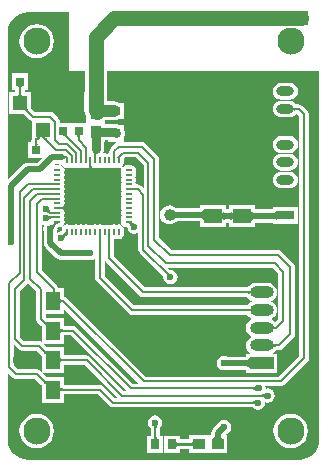
<source format=gtl>
G04 Layer_Physical_Order=1*
G04 Layer_Color=255*
%FSLAX44Y44*%
%MOMM*%
G71*
G01*
G75*
%ADD10R,0.7500X0.8000*%
%ADD11R,0.8000X0.7500*%
%ADD12C,1.0000*%
%ADD13R,0.9500X1.0000*%
%ADD14O,0.2000X0.6500*%
%ADD15O,0.6500X0.2000*%
%ADD16R,4.7000X4.7000*%
%ADD17R,1.3000X1.3000*%
%ADD18R,0.7620X0.8128*%
%ADD19R,1.0000X0.9500*%
%ADD20R,1.6002X1.2700*%
%ADD21R,1.2700X1.6002*%
%ADD22C,0.2000*%
%ADD23C,0.8000*%
%ADD24C,0.5000*%
%ADD25C,1.0000*%
%ADD26C,1.2700*%
%ADD27C,0.2540*%
%ADD28R,0.7620X1.2700*%
%ADD29O,2.0000X1.0000*%
%ADD30R,2.0000X1.0000*%
%ADD31C,2.3000*%
%ADD32O,1.5000X0.8000*%
%ADD33R,1.5000X0.8000*%
%ADD34C,0.6000*%
%ADD35C,0.6600*%
%ADD36C,1.0000*%
G36*
X92346Y-75799D02*
X92417Y-75967D01*
X92535Y-76116D01*
X92700Y-76244D01*
X92912Y-76353D01*
X93171Y-76442D01*
X93478Y-76511D01*
X93832Y-76561D01*
X94233Y-76590D01*
X94681Y-76600D01*
Y-78600D01*
X94233Y-78610D01*
X93478Y-78689D01*
X93171Y-78758D01*
X92912Y-78847D01*
X92700Y-78956D01*
X92535Y-79084D01*
X92417Y-79233D01*
X92346Y-79401D01*
X92322Y-79588D01*
Y-75612D01*
X92346Y-75799D01*
D02*
G37*
G36*
X-101348Y-71076D02*
X-100386Y-71923D01*
X-100292Y-71982D01*
X-100216Y-72018D01*
X-100160Y-72030D01*
X-100129Y-76509D01*
X-100145Y-76230D01*
X-100190Y-75950D01*
X-100263Y-75669D01*
X-100365Y-75388D01*
X-100495Y-75105D01*
X-100654Y-74822D01*
X-100841Y-74538D01*
X-101057Y-74253D01*
X-101301Y-73967D01*
X-101574Y-73681D01*
Y-70852D01*
X-101348Y-71076D01*
D02*
G37*
G36*
X73278Y-64588D02*
X73254Y-64401D01*
X73183Y-64233D01*
X73065Y-64084D01*
X72900Y-63956D01*
X72688Y-63847D01*
X72429Y-63758D01*
X72122Y-63689D01*
X71768Y-63639D01*
X71367Y-63610D01*
X70919Y-63600D01*
Y-61600D01*
X71367Y-61590D01*
X72122Y-61511D01*
X72429Y-61442D01*
X72688Y-61353D01*
X72900Y-61244D01*
X73065Y-61116D01*
X73183Y-60967D01*
X73254Y-60799D01*
X73278Y-60612D01*
Y-64588D01*
D02*
G37*
G36*
X92346Y-90800D02*
X92417Y-90968D01*
X92535Y-91116D01*
X92700Y-91244D01*
X92912Y-91353D01*
X93171Y-91442D01*
X93478Y-91511D01*
X93832Y-91560D01*
X94233Y-91590D01*
X94681Y-91600D01*
Y-93600D01*
X94233Y-93610D01*
X93478Y-93689D01*
X93171Y-93758D01*
X92912Y-93847D01*
X92700Y-93956D01*
X92535Y-94084D01*
X92417Y-94233D01*
X92346Y-94401D01*
X92322Y-94588D01*
Y-90612D01*
X92346Y-90800D01*
D02*
G37*
G36*
X-108078Y-46689D02*
Y-69840D01*
X-108078Y-69840D01*
X-107819Y-71142D01*
X-107768Y-71401D01*
X-106884Y-72724D01*
X-103467Y-76141D01*
X-103441Y-76171D01*
X-103340Y-76305D01*
X-103268Y-76413D01*
X-103222Y-76495D01*
X-103197Y-76550D01*
X-103190Y-76570D01*
Y-89960D01*
X-104279Y-89232D01*
X-104538Y-89181D01*
X-105840Y-88922D01*
X-105840Y-88922D01*
X-118311D01*
X-121922Y-85311D01*
Y-46689D01*
X-115116Y-39884D01*
X-115023Y-39745D01*
X-108078Y-46689D01*
D02*
G37*
G36*
X-87531Y-78190D02*
X-87470Y-78360D01*
X-87368Y-78510D01*
X-87226Y-78640D01*
X-87043Y-78750D01*
X-86820Y-78840D01*
X-86556Y-78910D01*
X-86251Y-78960D01*
X-85906Y-78990D01*
X-85520Y-79000D01*
Y-81000D01*
X-85906Y-81010D01*
X-86251Y-81040D01*
X-86556Y-81090D01*
X-86820Y-81160D01*
X-87043Y-81250D01*
X-87226Y-81360D01*
X-87368Y-81490D01*
X-87470Y-81640D01*
X-87531Y-81810D01*
X-87551Y-82000D01*
Y-78000D01*
X-87531Y-78190D01*
D02*
G37*
G36*
X-82000Y261D02*
X-82221Y292D01*
X-82443Y295D01*
X-82666Y271D01*
X-82890Y219D01*
X-83114Y141D01*
X-83339Y34D01*
X-83521Y-73D01*
X-83526Y-81D01*
X-83655Y-318D01*
X-83763Y-566D01*
X-83851Y-825D01*
X-83918Y-1095D01*
X-83966Y-1376D01*
X-83993Y-1667D01*
X-84000Y-1970D01*
X-86970Y1000D01*
X-86667Y1007D01*
X-86376Y1034D01*
X-86095Y1082D01*
X-85825Y1149D01*
X-85566Y1237D01*
X-85318Y1345D01*
X-85081Y1474D01*
X-84854Y1622D01*
X-84639Y1791D01*
X-84434Y1980D01*
X-84399Y1944D01*
X-84403Y2012D01*
X-84085Y2343D01*
X-83565Y2973D01*
X-83363Y3272D01*
X-83200Y3561D01*
X-83074Y3838D01*
X-82987Y4105D01*
X-82939Y4361D01*
X-82929Y4606D01*
X-82958Y4840D01*
X-82000Y261D01*
D02*
G37*
G36*
X-27361Y11791D02*
X-27146Y11622D01*
X-27122Y11607D01*
X-26511Y11750D01*
X-26524Y11606D01*
X-26508Y11449D01*
X-26462Y11280D01*
X-26446Y11243D01*
X-26434Y11237D01*
X-26175Y11149D01*
X-25905Y11082D01*
X-25624Y11034D01*
X-25333Y11007D01*
X-25030Y11000D01*
X-25791Y10238D01*
X-25321Y9735D01*
X-26479Y9551D01*
X-28000Y8030D01*
X-28007Y8333D01*
X-28034Y8624D01*
X-28082Y8905D01*
X-28149Y9175D01*
X-28237Y9434D01*
X-28345Y9682D01*
X-28474Y9919D01*
X-28561Y10052D01*
X-28733Y10195D01*
X-29034Y10398D01*
X-29323Y10562D01*
X-29599Y10687D01*
X-29865Y10773D01*
X-30118Y10818D01*
X-30360Y10825D01*
X-30590Y10792D01*
X-28190Y11356D01*
X-27566Y11980D01*
X-27361Y11791D01*
D02*
G37*
G36*
X-88570Y10792D02*
X-88821Y10804D01*
X-89079Y10782D01*
X-89344Y10724D01*
X-89616Y10632D01*
X-89895Y10505D01*
X-90182Y10343D01*
X-90475Y10146D01*
X-90776Y9915D01*
X-91084Y9648D01*
X-91398Y9347D01*
X-92834Y9374D01*
X-92074Y8672D01*
X-92263Y8466D01*
X-92432Y8250D01*
X-92578Y8023D01*
X-92704Y7786D01*
X-92807Y7538D01*
X-92890Y7280D01*
X-92950Y7012D01*
X-92990Y6733D01*
X-93007Y6443D01*
X-93003Y6143D01*
X-96083Y8999D01*
X-95779Y9017D01*
X-95485Y9054D01*
X-95203Y9110D01*
X-94933Y9184D01*
X-94673Y9278D01*
X-94425Y9391D01*
X-94188Y9522D01*
X-93962Y9672D01*
X-93831Y9776D01*
X-93746Y9877D01*
X-93583Y10100D01*
X-93455Y10313D01*
X-93361Y10516D01*
X-93302Y10708D01*
X-93278Y10889D01*
X-93289Y11061D01*
X-93334Y11221D01*
X-93413Y11372D01*
X-88570Y10792D01*
D02*
G37*
G36*
X-49819Y-20222D02*
X-49768Y-20481D01*
X-48884Y-21804D01*
X-20204Y-50484D01*
X-20204Y-50484D01*
X-18881Y-51368D01*
X-17320Y-51678D01*
X70846D01*
X72094Y-53306D01*
X73766Y-54588D01*
X75002Y-55100D01*
X73766Y-55612D01*
X72094Y-56894D01*
X70846Y-58522D01*
X-25191D01*
X-49922Y-33791D01*
Y-19708D01*
X-49819Y-20222D01*
D02*
G37*
G36*
X-87371Y-53190D02*
X-87310Y-53360D01*
X-87208Y-53510D01*
X-87066Y-53640D01*
X-86883Y-53750D01*
X-86660Y-53840D01*
X-86396Y-53910D01*
X-86091Y-53960D01*
X-85746Y-53990D01*
X-85360Y-54000D01*
Y-56000D01*
X-85746Y-56010D01*
X-86091Y-56040D01*
X-86396Y-56090D01*
X-86660Y-56160D01*
X-86883Y-56250D01*
X-87066Y-56360D01*
X-87208Y-56490D01*
X-87310Y-56640D01*
X-87371Y-56810D01*
X-87391Y-57000D01*
Y-53000D01*
X-87371Y-53190D01*
D02*
G37*
G36*
X73278Y-49588D02*
X73254Y-49401D01*
X73183Y-49233D01*
X73065Y-49084D01*
X72900Y-48956D01*
X72688Y-48847D01*
X72429Y-48758D01*
X72122Y-48689D01*
X71768Y-48639D01*
X71367Y-48610D01*
X70919Y-48600D01*
Y-46600D01*
X71367Y-46590D01*
X72122Y-46511D01*
X72429Y-46442D01*
X72688Y-46353D01*
X72900Y-46244D01*
X73065Y-46116D01*
X73183Y-45967D01*
X73254Y-45799D01*
X73278Y-45612D01*
Y-49588D01*
D02*
G37*
G36*
X-101348Y-96076D02*
X-100386Y-96924D01*
X-100292Y-96982D01*
X-100216Y-97018D01*
X-100160Y-97029D01*
X-100129Y-101509D01*
X-100145Y-101230D01*
X-100190Y-100950D01*
X-100263Y-100669D01*
X-100365Y-100388D01*
X-100495Y-100105D01*
X-100654Y-99822D01*
X-100841Y-99538D01*
X-101057Y-99253D01*
X-101301Y-98967D01*
X-101574Y-98680D01*
Y-95852D01*
X-101348Y-96076D01*
D02*
G37*
G36*
X-87691Y-128190D02*
X-87630Y-128360D01*
X-87528Y-128510D01*
X-87386Y-128640D01*
X-87203Y-128750D01*
X-86980Y-128840D01*
X-86716Y-128910D01*
X-86411Y-128960D01*
X-86066Y-128990D01*
X-85681Y-129000D01*
Y-131000D01*
X-86066Y-131010D01*
X-86411Y-131040D01*
X-86716Y-131090D01*
X-86980Y-131160D01*
X-87203Y-131250D01*
X-87386Y-131360D01*
X-87528Y-131490D01*
X-87630Y-131640D01*
X-87691Y-131810D01*
X-87711Y-132000D01*
Y-128000D01*
X-87691Y-128190D01*
D02*
G37*
G36*
X78148Y-131100D02*
X77929Y-130891D01*
X77703Y-130704D01*
X77471Y-130539D01*
X77232Y-130396D01*
X76987Y-130275D01*
X76735Y-130176D01*
X76477Y-130099D01*
X76212Y-130044D01*
X75940Y-130011D01*
X75662Y-130000D01*
Y-128000D01*
X75940Y-127989D01*
X76212Y-127956D01*
X76477Y-127901D01*
X76735Y-127824D01*
X76987Y-127725D01*
X77232Y-127604D01*
X77471Y-127461D01*
X77703Y-127296D01*
X77929Y-127109D01*
X78148Y-126900D01*
Y-131100D01*
D02*
G37*
G36*
X-31846Y-130922D02*
X-33311D01*
X-62116Y-102116D01*
X-63439Y-101232D01*
X-63698Y-101181D01*
X-65000Y-100922D01*
X-65000Y-100922D01*
X-84490D01*
Y-93999D01*
X-99073D01*
X-102071Y-91001D01*
X-84490D01*
Y-84078D01*
X-78689D01*
X-31846Y-130922D01*
D02*
G37*
G36*
X77858Y-143100D02*
X77639Y-142891D01*
X77413Y-142704D01*
X77181Y-142539D01*
X76942Y-142396D01*
X76697Y-142275D01*
X76445Y-142176D01*
X76187Y-142099D01*
X75922Y-142044D01*
X75650Y-142011D01*
X75372Y-142000D01*
Y-140000D01*
X75650Y-139989D01*
X75922Y-139956D01*
X76187Y-139901D01*
X76445Y-139824D01*
X76697Y-139725D01*
X76942Y-139604D01*
X77181Y-139461D01*
X77413Y-139296D01*
X77639Y-139109D01*
X77858Y-138900D01*
Y-143100D01*
D02*
G37*
G36*
X85858Y-137100D02*
X85639Y-136891D01*
X85413Y-136704D01*
X85181Y-136539D01*
X84942Y-136396D01*
X84697Y-136275D01*
X84445Y-136176D01*
X84187Y-136099D01*
X83921Y-136044D01*
X83650Y-136011D01*
X83372Y-136000D01*
Y-134000D01*
X83650Y-133989D01*
X83921Y-133956D01*
X84187Y-133901D01*
X84445Y-133824D01*
X84697Y-133725D01*
X84942Y-133604D01*
X85181Y-133461D01*
X85413Y-133296D01*
X85639Y-133109D01*
X85858Y-132900D01*
Y-137100D01*
D02*
G37*
G36*
X-38846Y-136922D02*
X-41311D01*
X-51116Y-127116D01*
X-52439Y-126232D01*
X-52698Y-126181D01*
X-54000Y-125922D01*
X-54000Y-125922D01*
X-84650D01*
Y-118999D01*
X-99233D01*
X-102231Y-116001D01*
X-84490D01*
Y-109078D01*
X-66689D01*
X-38846Y-136922D01*
D02*
G37*
G36*
X-122884Y-95884D02*
X-121561Y-96768D01*
X-121302Y-96819D01*
X-120000Y-97078D01*
X-120000Y-97078D01*
X-107529D01*
X-103467Y-101141D01*
X-103441Y-101171D01*
X-103340Y-101305D01*
X-103268Y-101413D01*
X-103222Y-101495D01*
X-103197Y-101550D01*
X-103190Y-101570D01*
Y-115042D01*
X-104116Y-114116D01*
X-105439Y-113232D01*
X-105698Y-113181D01*
X-107000Y-112922D01*
X-107000Y-112922D01*
X-123311D01*
X-126922Y-109311D01*
Y-91846D01*
X-122884Y-95884D01*
D02*
G37*
G36*
X72831Y-112570D02*
X72780Y-112100D01*
X72631Y-111680D01*
X72380Y-111310D01*
X72031Y-110989D01*
X71581Y-110717D01*
X71031Y-110495D01*
X70381Y-110322D01*
X69630Y-110199D01*
X68780Y-110125D01*
X67831Y-110100D01*
Y-105100D01*
X68780Y-105075D01*
X69630Y-105001D01*
X70381Y-104878D01*
X71031Y-104705D01*
X71581Y-104483D01*
X72031Y-104211D01*
X72380Y-103890D01*
X72631Y-103519D01*
X72780Y-103100D01*
X72831Y-102631D01*
Y-112570D01*
D02*
G37*
G36*
X-87531Y-103190D02*
X-87470Y-103360D01*
X-87368Y-103510D01*
X-87226Y-103640D01*
X-87043Y-103750D01*
X-86820Y-103840D01*
X-86556Y-103910D01*
X-86251Y-103960D01*
X-85906Y-103990D01*
X-85520Y-104000D01*
Y-106000D01*
X-85906Y-106010D01*
X-86251Y-106040D01*
X-86556Y-106090D01*
X-86820Y-106160D01*
X-87043Y-106250D01*
X-87226Y-106360D01*
X-87368Y-106490D01*
X-87470Y-106640D01*
X-87531Y-106810D01*
X-87551Y-107000D01*
Y-103000D01*
X-87531Y-103190D01*
D02*
G37*
G36*
X131876Y-172500D02*
X131886Y-172549D01*
X131566Y-175795D01*
X130605Y-178964D01*
X129044Y-181884D01*
X126944Y-184444D01*
X124384Y-186544D01*
X121464Y-188105D01*
X118295Y-189067D01*
X115048Y-189386D01*
X115000Y-189377D01*
X-115000D01*
X-115048Y-189386D01*
X-118295Y-189067D01*
X-121464Y-188105D01*
X-124384Y-186544D01*
X-126944Y-184444D01*
X-129044Y-181884D01*
X-130605Y-178964D01*
X-131566Y-175795D01*
X-131886Y-172549D01*
X-131877Y-172500D01*
Y-115891D01*
X-127884Y-119884D01*
X-127884Y-119884D01*
X-127000Y-120475D01*
X-126561Y-120768D01*
X-125000Y-121078D01*
X-125000Y-121078D01*
X-108689D01*
X-103627Y-126141D01*
X-103601Y-126171D01*
X-103500Y-126305D01*
X-103428Y-126413D01*
X-103382Y-126495D01*
X-103357Y-126550D01*
X-103350Y-126570D01*
Y-141001D01*
X-84650D01*
Y-134078D01*
X-55689D01*
X-45884Y-143884D01*
X-44561Y-144768D01*
X-44302Y-144819D01*
X-43000Y-145078D01*
X-43000Y-145078D01*
X75466D01*
X75477Y-145084D01*
X75506Y-145101D01*
X75541Y-145126D01*
X75674Y-145326D01*
X77659Y-146652D01*
X80000Y-147118D01*
X82341Y-146652D01*
X84326Y-145326D01*
X85652Y-143341D01*
X86117Y-141000D01*
X86064Y-140732D01*
X88000Y-141117D01*
X90341Y-140652D01*
X92326Y-139326D01*
X93652Y-137341D01*
X94117Y-135000D01*
X93652Y-132659D01*
X92326Y-130674D01*
X90341Y-129348D01*
X88000Y-128883D01*
X86366Y-129207D01*
X86407Y-129000D01*
X86025Y-127078D01*
X99000D01*
X99000Y-127078D01*
X100302Y-126819D01*
X100561Y-126768D01*
X101884Y-125884D01*
X121884Y-105884D01*
X121884Y-105884D01*
X122768Y-104561D01*
X123078Y-103000D01*
Y103000D01*
X123078Y103000D01*
X122768Y104561D01*
X122475Y105000D01*
X121884Y105884D01*
X121884Y105884D01*
X117384Y110384D01*
X116061Y111268D01*
X115802Y111319D01*
X114500Y111578D01*
X114500Y111578D01*
X112194D01*
X111492Y112493D01*
X110030Y113615D01*
X108327Y114320D01*
X106500Y114560D01*
X99500D01*
X97673Y114320D01*
X95970Y113615D01*
X94508Y112493D01*
X93385Y111030D01*
X92680Y109327D01*
X92440Y107500D01*
X92680Y105673D01*
X93385Y103970D01*
X94508Y102508D01*
X95970Y101385D01*
X97673Y100680D01*
X99500Y100440D01*
X106500D01*
X108327Y100680D01*
X110030Y101385D01*
X111492Y102508D01*
X112194Y103422D01*
X112811D01*
X114922Y101311D01*
Y-101311D01*
X97311Y-118922D01*
X-15311D01*
X-82116Y-52116D01*
X-83439Y-51232D01*
X-83698Y-51181D01*
X-84330Y-51055D01*
Y-43999D01*
X-89121D01*
X-89181Y-43698D01*
X-89232Y-43439D01*
X-90116Y-42116D01*
X-90116Y-42116D01*
X-103302Y-28931D01*
Y9990D01*
X-102341Y9348D01*
X-101139Y9109D01*
X-101652Y8341D01*
X-102118Y6000D01*
X-101652Y3659D01*
X-101608Y3593D01*
Y-5720D01*
X-101181Y-7866D01*
X-99965Y-9685D01*
X-91245Y-18405D01*
X-89426Y-19621D01*
X-87280Y-20048D01*
X-64767D01*
X-64701Y-20092D01*
X-62360Y-20557D01*
X-60019Y-20092D01*
X-58078Y-18795D01*
Y-35480D01*
X-58078Y-35480D01*
X-57819Y-36782D01*
X-57768Y-37041D01*
X-56884Y-38364D01*
X-29764Y-65484D01*
X-28441Y-66368D01*
X-28182Y-66419D01*
X-26880Y-66678D01*
X-26880Y-66678D01*
X70846D01*
X72094Y-68306D01*
X73766Y-69588D01*
X75002Y-70100D01*
X73766Y-70612D01*
X72094Y-71894D01*
X70812Y-73566D01*
X70006Y-75512D01*
X69731Y-77600D01*
X70006Y-79688D01*
X70812Y-81635D01*
X72094Y-83306D01*
X73766Y-84588D01*
X75002Y-85100D01*
X73766Y-85612D01*
X72094Y-86894D01*
X70812Y-88566D01*
X70006Y-90512D01*
X69731Y-92600D01*
X70006Y-94688D01*
X70812Y-96635D01*
X72094Y-98306D01*
X73766Y-99588D01*
X73794Y-99600D01*
X73190D01*
X73155Y-99589D01*
X73032Y-99600D01*
X72973D01*
X72831Y-99572D01*
X72688Y-99600D01*
X69800D01*
Y-101867D01*
X69738Y-101884D01*
X69249Y-101964D01*
X68926Y-101992D01*
X53427D01*
X53361Y-101948D01*
X51020Y-101482D01*
X48679Y-101948D01*
X46694Y-103274D01*
X45368Y-105259D01*
X44903Y-107600D01*
X45368Y-109941D01*
X46694Y-111926D01*
X48679Y-113252D01*
X51020Y-113718D01*
X53361Y-113252D01*
X53427Y-113208D01*
X68926D01*
X69249Y-113236D01*
X69738Y-113316D01*
X69800Y-113333D01*
Y-115600D01*
X72688D01*
X72831Y-115628D01*
X72973Y-115600D01*
X73032D01*
X73155Y-115611D01*
X73190Y-115600D01*
X95800D01*
Y-99600D01*
X91805D01*
X91834Y-99588D01*
X93506Y-98306D01*
X94754Y-96678D01*
X97400D01*
X97400Y-96678D01*
X98702Y-96419D01*
X98961Y-96368D01*
X100284Y-95484D01*
X109884Y-85884D01*
X109884Y-85884D01*
X110768Y-84561D01*
X111078Y-83000D01*
Y-26000D01*
X110768Y-24439D01*
X109884Y-23116D01*
X109884Y-23116D01*
X99884Y-13116D01*
X98561Y-12232D01*
X98302Y-12181D01*
X97000Y-11922D01*
X97000Y-11922D01*
X6689D01*
X-3922Y-1311D01*
Y65060D01*
X-3922Y65060D01*
X-4232Y66621D01*
X-4525Y67060D01*
X-5116Y67944D01*
X-5116Y67944D01*
X-15856Y78684D01*
X-17179Y79568D01*
X-17438Y79619D01*
X-18740Y79878D01*
X-18740Y79878D01*
X-38110D01*
X-38110Y79878D01*
X-39412Y79619D01*
X-39671Y79568D01*
X-40994Y78684D01*
X-40994Y78684D01*
X-44884Y74794D01*
X-45768Y73471D01*
X-45819Y73212D01*
X-46078Y71910D01*
X-46078Y71910D01*
Y70313D01*
X-47561Y70018D01*
X-48000Y69724D01*
X-48439Y70018D01*
X-50000Y70328D01*
X-51561Y70018D01*
X-52000Y69724D01*
X-52104Y69794D01*
X-51585Y70470D01*
X-50880Y72173D01*
X-50640Y74000D01*
Y80000D01*
X-49950D01*
Y80940D01*
X-46750D01*
Y80000D01*
X-40459D01*
X-40000Y79940D01*
X-39541Y80000D01*
X-33250D01*
Y85004D01*
X-33180Y85173D01*
X-32940Y87000D01*
X-33180Y88827D01*
X-33250Y88996D01*
Y94000D01*
X-37321D01*
X-37470Y94115D01*
X-39173Y94820D01*
X-41000Y95060D01*
X-49950D01*
Y96000D01*
X-55737D01*
X-55737Y96000D01*
X-49950D01*
Y97931D01*
X-42000D01*
X-39912Y98206D01*
X-37994Y99000D01*
X-33250D01*
Y113000D01*
X-37994D01*
X-39912Y113794D01*
X-42000Y114069D01*
X-48269D01*
Y120381D01*
X-48069Y121900D01*
X-48069Y121900D01*
Y139789D01*
X131876D01*
Y-172500D01*
D02*
G37*
G36*
X-101508Y-121076D02*
X-100546Y-121924D01*
X-100452Y-121982D01*
X-100376Y-122018D01*
X-100319Y-122029D01*
X-100289Y-126509D01*
X-100305Y-126230D01*
X-100350Y-125950D01*
X-100423Y-125669D01*
X-100525Y-125388D01*
X-100655Y-125105D01*
X-100814Y-124822D01*
X-101001Y-124538D01*
X-101217Y-124253D01*
X-101461Y-123967D01*
X-101734Y-123680D01*
Y-120852D01*
X-101508Y-121076D01*
D02*
G37*
G36*
X-20846Y-124922D02*
X-26311D01*
X-74116Y-77116D01*
X-75439Y-76232D01*
X-75698Y-76181D01*
X-77000Y-75922D01*
X-77000Y-75922D01*
X-84490D01*
Y-68999D01*
X-99073D01*
X-99922Y-68151D01*
Y-66001D01*
X-84330D01*
Y-61438D01*
X-20846Y-124922D01*
D02*
G37*
G36*
X-98462Y83047D02*
X-98664Y83003D01*
X-98809Y82931D01*
X-98896Y82830D01*
X-98924Y82700D01*
X-98896Y82541D01*
X-98809Y82353D01*
X-98664Y82136D01*
X-98462Y81891D01*
X-98202Y81616D01*
X-101031D01*
X-101319Y81891D01*
X-101606Y82136D01*
X-101892Y82353D01*
X-102177Y82541D01*
X-102460Y82700D01*
X-102742Y82830D01*
X-103023Y82931D01*
X-103303Y83003D01*
X-103495Y83033D01*
X-103700Y83001D01*
X-103980Y82928D01*
X-104262Y82826D01*
X-104544Y82696D01*
X-104827Y82537D01*
X-105111Y82350D01*
X-105396Y82134D01*
X-105682Y81889D01*
X-105969Y81616D01*
X-108707Y81707D01*
X-108691Y81736D01*
X-108676Y81788D01*
X-108662Y81863D01*
X-108651Y81961D01*
X-108627Y82392D01*
X-108619Y83031D01*
X-103790Y83057D01*
X-103859Y83061D01*
X-98202D01*
X-98462Y83047D01*
D02*
G37*
G36*
X-70190Y85541D02*
X-70360Y85480D01*
X-70510Y85378D01*
X-70640Y85236D01*
X-70750Y85053D01*
X-70840Y84830D01*
X-70910Y84566D01*
X-70960Y84262D01*
X-70990Y83916D01*
X-71000Y83531D01*
X-73000D01*
X-73010Y83916D01*
X-73040Y84262D01*
X-73090Y84566D01*
X-73160Y84830D01*
X-73250Y85053D01*
X-73360Y85236D01*
X-73490Y85378D01*
X-73640Y85480D01*
X-73810Y85541D01*
X-74000Y85561D01*
X-70000D01*
X-70190Y85541D01*
D02*
G37*
G36*
X-106990Y78584D02*
X-106960Y78239D01*
X-106910Y77934D01*
X-106840Y77670D01*
X-106750Y77447D01*
X-106640Y77264D01*
X-106510Y77122D01*
X-106360Y77020D01*
X-106190Y76959D01*
X-106000Y76939D01*
X-110000D01*
X-109810Y76959D01*
X-109640Y77020D01*
X-109490Y77122D01*
X-109360Y77264D01*
X-109250Y77447D01*
X-109160Y77670D01*
X-109090Y77934D01*
X-109040Y78239D01*
X-109010Y78584D01*
X-109000Y78969D01*
X-107000D01*
X-106990Y78584D01*
D02*
G37*
G36*
X-85084Y68507D02*
X-84580Y68188D01*
X-84337Y68059D01*
X-84101Y67949D01*
X-83870Y67859D01*
X-83646Y67790D01*
X-83428Y67740D01*
X-83216Y67710D01*
X-83010Y67700D01*
Y65700D01*
X-83216Y65690D01*
X-83428Y65660D01*
X-83646Y65610D01*
X-83870Y65541D01*
X-84101Y65451D01*
X-84337Y65341D01*
X-84580Y65212D01*
X-85084Y64893D01*
X-85345Y64704D01*
Y68696D01*
X-85084Y68507D01*
D02*
G37*
G36*
X-35661Y67985D02*
X-36045Y67587D01*
X-36650Y66872D01*
X-36870Y66554D01*
X-37035Y66265D01*
X-37146Y66002D01*
X-37202Y65766D01*
X-37203Y65557D01*
X-37150Y65375D01*
X-37042Y65220D01*
X-38699Y66949D01*
X-39132Y66673D01*
X-39434Y66512D01*
X-39605Y66464D01*
X-39646Y66531D01*
X-39555Y66712D01*
X-39334Y67007D01*
X-38983Y67417D01*
X-37144Y69330D01*
X-35661Y67985D01*
D02*
G37*
G36*
X-81031Y85531D02*
X-81223Y85516D01*
X-81365Y85474D01*
X-81457Y85403D01*
X-81499Y85304D01*
X-81491Y85177D01*
X-81433Y85021D01*
X-81326Y84838D01*
X-81168Y84625D01*
X-80960Y84385D01*
X-80702Y84116D01*
X-83531D01*
X-83817Y84389D01*
X-84103Y84634D01*
X-84389Y84850D01*
X-84673Y85037D01*
X-84956Y85196D01*
X-85238Y85326D01*
X-85520Y85428D01*
X-85800Y85501D01*
X-86080Y85545D01*
X-86359Y85561D01*
X-81031Y85531D01*
D02*
G37*
G36*
X-120840Y120584D02*
X-120810Y120239D01*
X-120760Y119934D01*
X-120690Y119670D01*
X-120600Y119447D01*
X-120490Y119264D01*
X-120360Y119122D01*
X-120210Y119020D01*
X-120040Y118959D01*
X-119850Y118939D01*
X-123850D01*
X-123660Y118959D01*
X-123490Y119020D01*
X-123340Y119122D01*
X-123210Y119264D01*
X-123100Y119447D01*
X-123010Y119670D01*
X-122940Y119934D01*
X-122890Y120239D01*
X-122860Y120584D01*
X-122850Y120969D01*
X-120850D01*
X-120840Y120584D01*
D02*
G37*
G36*
X-120040Y126871D02*
X-120210Y126810D01*
X-120360Y126708D01*
X-120490Y126566D01*
X-120600Y126383D01*
X-120690Y126160D01*
X-120760Y125896D01*
X-120810Y125591D01*
X-120840Y125246D01*
X-120850Y124860D01*
X-122850D01*
X-122860Y125246D01*
X-122890Y125591D01*
X-122940Y125896D01*
X-123010Y126160D01*
X-123100Y126383D01*
X-123210Y126566D01*
X-123340Y126708D01*
X-123490Y126810D01*
X-123660Y126871D01*
X-123850Y126891D01*
X-119850D01*
X-120040Y126871D01*
D02*
G37*
G36*
X109967Y109297D02*
X110040Y109129D01*
X110161Y108982D01*
X110331Y108854D01*
X110550Y108746D01*
X110817Y108657D01*
X111133Y108588D01*
X111497Y108539D01*
X111910Y108510D01*
X112372Y108500D01*
Y106500D01*
X111910Y106490D01*
X111132Y106411D01*
X110815Y106342D01*
X110548Y106252D01*
X110329Y106144D01*
X110159Y106015D01*
X110037Y105866D01*
X109964Y105698D01*
X109939Y105510D01*
X109943Y109483D01*
X109967Y109297D01*
D02*
G37*
G36*
X-115000Y189377D02*
X-80079D01*
Y139789D01*
X-66931D01*
Y123219D01*
X-67131Y121700D01*
Y106700D01*
X-66809Y104259D01*
X-65867Y101985D01*
X-65450Y101441D01*
Y96000D01*
X-87922D01*
Y97000D01*
X-87922Y97000D01*
X-88181Y98302D01*
X-88232Y98561D01*
X-89116Y99884D01*
X-93116Y103884D01*
X-94439Y104768D01*
X-94698Y104819D01*
X-96000Y105078D01*
X-96000Y105078D01*
X-108661D01*
X-112124Y108541D01*
X-112339Y108773D01*
X-112322Y108859D01*
X-112350Y109001D01*
Y122000D01*
X-117772D01*
Y123830D01*
X-115280D01*
Y137830D01*
X-128780D01*
Y123830D01*
X-125928D01*
Y122000D01*
X-131350D01*
Y103000D01*
X-118351D01*
X-118209Y102972D01*
X-118132Y102987D01*
X-117952Y102834D01*
X-113234Y98116D01*
X-113234Y98116D01*
X-111911Y97232D01*
X-111652Y97181D01*
X-111650Y97180D01*
Y83201D01*
X-111678Y83068D01*
X-111683Y82688D01*
X-111768Y82561D01*
X-111819Y82302D01*
X-112078Y81000D01*
X-112078Y81000D01*
Y80000D01*
X-114750D01*
Y66000D01*
X-102930D01*
X-106673Y62258D01*
X-114860D01*
X-117006Y61831D01*
X-118825Y60615D01*
X-131877Y47564D01*
Y172500D01*
X-131886Y172548D01*
X-131566Y175795D01*
X-130605Y178964D01*
X-129044Y181884D01*
X-126944Y184444D01*
X-124384Y186544D01*
X-121464Y188105D01*
X-118295Y189066D01*
X-115048Y189386D01*
X-115000Y189377D01*
D02*
G37*
G36*
X-115494Y108703D02*
X-115550Y108519D01*
Y108307D01*
X-115494Y108067D01*
X-115380Y107798D01*
X-115211Y107501D01*
X-114985Y107176D01*
X-114702Y106822D01*
X-113966Y106031D01*
X-115380Y104616D01*
X-115791Y105012D01*
X-116526Y105634D01*
X-116851Y105861D01*
X-117148Y106031D01*
X-117417Y106144D01*
X-117657Y106200D01*
X-117870D01*
X-118053Y106144D01*
X-118209Y106031D01*
X-115380Y108859D01*
X-115494Y108703D01*
D02*
G37*
G36*
X-96975Y23007D02*
X-96918Y22712D01*
X-96845Y22429D01*
X-96756Y22159D01*
X-96650Y21899D01*
X-96529Y21652D01*
X-96391Y21416D01*
X-96237Y21192D01*
X-96067Y20980D01*
X-95881Y20780D01*
X-97122Y19193D01*
X-97330Y19384D01*
X-97548Y19552D01*
X-97774Y19695D01*
X-98011Y19814D01*
X-98257Y19909D01*
X-98512Y19980D01*
X-98777Y20027D01*
X-99051Y20050D01*
X-99334Y20048D01*
X-99627Y20023D01*
X-97016Y23313D01*
X-96975Y23007D01*
D02*
G37*
G36*
X-98179Y17413D02*
X-97639Y17151D01*
X-97369Y17045D01*
X-97100Y16955D01*
X-96831Y16881D01*
X-96564Y16824D01*
X-96296Y16783D01*
X-96030Y16758D01*
X-95763Y16750D01*
X-95211Y14750D01*
X-95497Y14737D01*
X-95769Y14700D01*
X-96025Y14638D01*
X-96267Y14550D01*
X-96494Y14438D01*
X-96705Y14301D01*
X-96902Y14139D01*
X-97083Y13951D01*
X-97249Y13739D01*
X-97401Y13502D01*
X-98451Y17569D01*
X-98179Y17413D01*
D02*
G37*
G36*
X-17078Y60461D02*
Y40466D01*
X-19246Y42634D01*
X-20569Y43518D01*
X-20828Y43569D01*
X-22130Y43828D01*
X-22130Y43828D01*
X-23437D01*
X-23732Y45311D01*
X-24026Y45750D01*
X-23732Y46189D01*
X-23422Y47750D01*
X-23732Y49311D01*
X-24026Y49750D01*
X-23732Y50189D01*
X-23422Y51750D01*
X-23732Y53311D01*
X-24026Y53750D01*
X-23732Y54189D01*
X-23422Y55750D01*
X-23732Y57311D01*
X-24616Y58634D01*
X-25939Y59518D01*
X-27500Y59828D01*
X-32000D01*
X-33561Y59518D01*
X-34884Y58634D01*
X-35768Y57311D01*
X-36078Y55750D01*
X-35768Y54189D01*
X-35474Y53750D01*
X-35768Y53311D01*
X-36078Y51750D01*
X-35768Y50189D01*
X-35474Y49750D01*
X-35768Y49311D01*
X-36078Y47750D01*
X-35768Y46189D01*
X-35474Y45750D01*
X-35768Y45311D01*
X-36078Y43750D01*
X-35768Y42189D01*
X-35474Y41750D01*
X-35768Y41311D01*
X-36078Y39750D01*
X-35768Y38189D01*
X-35474Y37750D01*
X-35768Y37311D01*
X-36078Y35750D01*
X-35768Y34189D01*
X-35474Y33750D01*
X-35768Y33311D01*
X-36078Y31750D01*
X-35768Y30189D01*
X-35474Y29750D01*
X-35768Y29311D01*
X-36078Y27750D01*
X-35768Y26189D01*
X-35474Y25750D01*
X-35768Y25311D01*
X-36078Y23750D01*
X-35768Y22189D01*
X-35474Y21750D01*
X-35768Y21311D01*
X-36078Y19750D01*
X-35768Y18189D01*
X-35474Y17750D01*
X-35768Y17311D01*
X-36078Y15750D01*
X-35768Y14189D01*
X-35474Y13750D01*
X-35768Y13311D01*
X-36078Y11750D01*
X-35768Y10189D01*
X-34884Y8866D01*
X-33561Y7982D01*
X-32000Y7672D01*
X-31052D01*
X-30652Y5659D01*
X-29326Y3674D01*
X-27341Y2348D01*
X-25000Y1883D01*
X-22659Y2348D01*
X-21628Y3037D01*
Y-11450D01*
X-21628Y-11450D01*
X-21369Y-12752D01*
X-21318Y-13011D01*
X-20434Y-14334D01*
X-458Y-34310D01*
X-527Y-34660D01*
X-62Y-37001D01*
X1264Y-38986D01*
X3249Y-40312D01*
X5590Y-40778D01*
X7931Y-40312D01*
X9916Y-38986D01*
X11242Y-37001D01*
X11708Y-34660D01*
X11242Y-32319D01*
X9916Y-30334D01*
X7931Y-29008D01*
X5590Y-28542D01*
X5357Y-28589D01*
X3846Y-27078D01*
X92311D01*
X96922Y-31689D01*
Y-70311D01*
X94301Y-72931D01*
X93506Y-71894D01*
X91834Y-70612D01*
X90598Y-70100D01*
X91834Y-69588D01*
X93506Y-68306D01*
X94788Y-66634D01*
X95594Y-64688D01*
X95869Y-62600D01*
X95594Y-60512D01*
X94788Y-58566D01*
X93506Y-56894D01*
X91834Y-55612D01*
X90598Y-55100D01*
X91834Y-54588D01*
X93506Y-53306D01*
X94788Y-51634D01*
X95594Y-49688D01*
X95869Y-47600D01*
X95594Y-45512D01*
X94788Y-43566D01*
X93506Y-41894D01*
X91834Y-40612D01*
X89888Y-39806D01*
X87800Y-39531D01*
X77800D01*
X75712Y-39806D01*
X73766Y-40612D01*
X72094Y-41894D01*
X70846Y-43522D01*
X-15631D01*
X-41922Y-17231D01*
Y-2813D01*
X-40439Y-2518D01*
X-40000Y-2224D01*
X-39561Y-2518D01*
X-38000Y-2828D01*
X-36439Y-2518D01*
X-35116Y-1634D01*
X-34232Y-311D01*
X-33922Y1250D01*
Y5750D01*
X-34232Y7311D01*
X-35116Y8634D01*
X-36439Y9518D01*
X-38000Y9828D01*
X-39561Y9518D01*
X-40000Y9224D01*
X-40439Y9518D01*
X-42000Y9828D01*
X-43561Y9518D01*
X-44000Y9224D01*
X-44439Y9518D01*
X-46000Y9828D01*
X-47561Y9518D01*
X-48000Y9224D01*
X-48439Y9518D01*
X-50000Y9828D01*
X-51561Y9518D01*
X-52000Y9224D01*
X-52439Y9518D01*
X-54000Y9828D01*
X-55561Y9518D01*
X-56000Y9224D01*
X-56439Y9518D01*
X-58000Y9828D01*
X-59561Y9518D01*
X-60000Y9224D01*
X-60439Y9518D01*
X-62000Y9828D01*
X-63561Y9518D01*
X-64000Y9224D01*
X-64439Y9518D01*
X-66000Y9828D01*
X-67561Y9518D01*
X-68000Y9224D01*
X-68439Y9518D01*
X-70000Y9828D01*
X-71561Y9518D01*
X-72000Y9224D01*
X-72439Y9518D01*
X-74000Y9828D01*
X-75561Y9518D01*
X-76000Y9224D01*
X-76439Y9518D01*
X-78000Y9828D01*
X-79561Y9518D01*
X-80000Y9224D01*
X-80439Y9518D01*
X-82000Y9828D01*
X-83561Y9518D01*
X-84884Y8634D01*
X-85768Y7311D01*
X-86078Y5750D01*
Y4734D01*
X-86287Y4481D01*
X-86678Y4090D01*
X-86690Y4086D01*
X-86723Y4078D01*
X-86764Y4071D01*
X-87000Y4117D01*
X-89341Y3652D01*
X-90392Y2950D01*
Y3593D01*
X-90348Y3659D01*
X-89882Y6000D01*
X-89947Y6323D01*
X-89947Y6369D01*
X-89944Y6426D01*
X-89940Y6452D01*
X-88896Y7496D01*
X-88840Y7545D01*
X-88689Y7661D01*
X-88673Y7672D01*
X-88000D01*
X-86439Y7982D01*
X-85116Y8866D01*
X-84232Y10189D01*
X-83922Y11750D01*
X-84232Y13311D01*
X-84526Y13750D01*
X-84232Y14189D01*
X-83922Y15750D01*
X-84232Y17311D01*
X-84526Y17750D01*
X-84232Y18189D01*
X-83922Y19750D01*
X-84232Y21311D01*
X-85116Y22634D01*
X-85283Y22745D01*
X-85470Y22750D01*
Y22870D01*
X-86439Y23518D01*
X-87606Y23750D01*
X-86439Y23982D01*
X-85470Y24630D01*
Y24750D01*
X-85283Y24755D01*
X-85116Y24866D01*
X-84232Y26189D01*
X-83922Y27750D01*
X-84232Y29311D01*
X-84526Y29750D01*
X-84232Y30189D01*
X-83922Y31750D01*
X-84232Y33311D01*
X-84526Y33750D01*
X-84232Y34189D01*
X-83922Y35750D01*
X-84232Y37311D01*
X-84526Y37750D01*
X-84232Y38189D01*
X-83922Y39750D01*
X-84232Y41311D01*
X-84526Y41750D01*
X-84232Y42189D01*
X-83922Y43750D01*
X-84232Y45311D01*
X-84526Y45750D01*
X-84232Y46189D01*
X-83922Y47750D01*
X-84232Y49311D01*
X-84526Y49750D01*
X-84232Y50189D01*
X-83922Y51750D01*
X-84232Y53311D01*
X-84526Y53750D01*
X-84232Y54189D01*
X-83922Y55750D01*
X-84232Y57311D01*
X-85116Y58634D01*
X-86439Y59518D01*
X-88000Y59828D01*
X-92500D01*
X-93425Y59644D01*
X-91977Y61092D01*
X-89257D01*
X-89191Y61048D01*
X-86850Y60582D01*
X-85884Y60774D01*
X-85768Y60189D01*
X-84884Y58866D01*
X-83561Y57982D01*
X-82000Y57672D01*
X-80439Y57982D01*
X-80000Y58276D01*
X-79561Y57982D01*
X-78000Y57672D01*
X-76439Y57982D01*
X-76000Y58276D01*
X-75561Y57982D01*
X-74000Y57672D01*
X-72439Y57982D01*
X-72000Y58276D01*
X-71561Y57982D01*
X-70000Y57672D01*
X-68439Y57982D01*
X-68000Y58276D01*
X-67561Y57982D01*
X-66000Y57672D01*
X-64439Y57982D01*
X-63116Y58866D01*
X-63005Y59033D01*
X-63000Y59219D01*
X-62880D01*
X-62232Y60189D01*
X-62000Y61356D01*
X-61768Y60189D01*
X-61120Y59219D01*
X-61000D01*
X-60995Y59033D01*
X-60884Y58866D01*
X-59561Y57982D01*
X-58000Y57672D01*
X-56439Y57982D01*
X-56000Y58276D01*
X-55561Y57982D01*
X-54000Y57672D01*
X-52439Y57982D01*
X-52000Y58276D01*
X-51561Y57982D01*
X-50000Y57672D01*
X-48439Y57982D01*
X-48000Y58276D01*
X-47561Y57982D01*
X-46000Y57672D01*
X-44439Y57982D01*
X-44000Y58276D01*
X-43561Y57982D01*
X-42000Y57672D01*
X-40439Y57982D01*
X-40000Y58276D01*
X-39561Y57982D01*
X-38000Y57672D01*
X-36439Y57982D01*
X-35116Y58866D01*
X-34232Y60189D01*
X-33922Y61750D01*
Y65361D01*
X-33867Y65425D01*
X-32671Y66622D01*
X-23239D01*
X-17078Y60461D01*
D02*
G37*
%LPC*%
G36*
X-107500Y-150375D02*
X-111285Y-150873D01*
X-114813Y-152334D01*
X-117842Y-154658D01*
X-120166Y-157687D01*
X-121627Y-161215D01*
X-122125Y-165000D01*
X-121627Y-168785D01*
X-120166Y-172313D01*
X-117842Y-175341D01*
X-114813Y-177666D01*
X-111285Y-179127D01*
X-107500Y-179625D01*
X-103715Y-179127D01*
X-100188Y-177666D01*
X-97158Y-175341D01*
X-94834Y-172313D01*
X-93373Y-168785D01*
X-92875Y-165000D01*
X-93373Y-161215D01*
X-94834Y-157687D01*
X-97158Y-154658D01*
X-100188Y-152334D01*
X-103715Y-150873D01*
X-107500Y-150375D01*
D02*
G37*
G36*
X106500Y129560D02*
X99500D01*
X97673Y129320D01*
X95970Y128615D01*
X94508Y127493D01*
X93385Y126030D01*
X92680Y124327D01*
X92440Y122500D01*
X92680Y120673D01*
X93385Y118970D01*
X94508Y117508D01*
X95970Y116385D01*
X97673Y115680D01*
X99500Y115440D01*
X106500D01*
X108327Y115680D01*
X110030Y116385D01*
X111492Y117508D01*
X112614Y118970D01*
X113320Y120673D01*
X113560Y122500D01*
X113320Y124327D01*
X112614Y126030D01*
X111492Y127493D01*
X110030Y128615D01*
X108327Y129320D01*
X106500Y129560D01*
D02*
G37*
G36*
X37730Y-168570D02*
X21730D01*
Y-171966D01*
X13795D01*
Y-169186D01*
X175D01*
Y-183314D01*
X13795D01*
Y-180674D01*
X21730D01*
Y-184070D01*
X37730D01*
Y-168570D01*
D02*
G37*
G36*
X-107500Y179625D02*
X-111285Y179127D01*
X-114813Y177666D01*
X-117842Y175341D01*
X-120166Y172313D01*
X-121627Y168785D01*
X-122125Y165000D01*
X-121627Y161215D01*
X-120166Y157687D01*
X-117842Y154658D01*
X-114813Y152334D01*
X-111285Y150873D01*
X-107500Y150375D01*
X-103715Y150873D01*
X-100188Y152334D01*
X-97158Y154658D01*
X-94834Y157687D01*
X-93373Y161215D01*
X-92875Y165000D01*
X-93373Y168785D01*
X-94834Y172313D01*
X-97158Y175341D01*
X-100188Y177666D01*
X-103715Y179127D01*
X-107500Y179625D01*
D02*
G37*
G36*
X107500Y-150375D02*
X103715Y-150873D01*
X100187Y-152334D01*
X97158Y-154658D01*
X94834Y-157687D01*
X93373Y-161215D01*
X92875Y-165000D01*
X93373Y-168785D01*
X94834Y-172313D01*
X97158Y-175341D01*
X100187Y-177666D01*
X103715Y-179127D01*
X107500Y-179625D01*
X111285Y-179127D01*
X114812Y-177666D01*
X117842Y-175341D01*
X120166Y-172313D01*
X121627Y-168785D01*
X122125Y-165000D01*
X121627Y-161215D01*
X120166Y-157687D01*
X117842Y-154658D01*
X114812Y-152334D01*
X111285Y-150873D01*
X107500Y-150375D01*
D02*
G37*
G36*
X106500Y54560D02*
X99500D01*
X97673Y54320D01*
X95970Y53615D01*
X94508Y52492D01*
X93385Y51030D01*
X92680Y49327D01*
X92440Y47500D01*
X92680Y45673D01*
X93385Y43970D01*
X94508Y42508D01*
X95970Y41385D01*
X97673Y40680D01*
X99500Y40440D01*
X106500D01*
X108327Y40680D01*
X110030Y41385D01*
X111492Y42508D01*
X112614Y43970D01*
X113320Y45673D01*
X113560Y47500D01*
X113320Y49327D01*
X112614Y51030D01*
X111492Y52492D01*
X110030Y53615D01*
X108327Y54320D01*
X106500Y54560D01*
D02*
G37*
G36*
Y69560D02*
X99500D01*
X97673Y69320D01*
X95970Y68615D01*
X94508Y67492D01*
X93385Y66030D01*
X92680Y64327D01*
X92440Y62500D01*
X92680Y60673D01*
X93385Y58970D01*
X94508Y57508D01*
X95970Y56386D01*
X97673Y55680D01*
X99500Y55440D01*
X106500D01*
X108327Y55680D01*
X110030Y56386D01*
X111492Y57508D01*
X112614Y58970D01*
X113320Y60673D01*
X113560Y62500D01*
X113320Y64327D01*
X112614Y66030D01*
X111492Y67492D01*
X110030Y68615D01*
X108327Y69320D01*
X106500Y69560D01*
D02*
G37*
G36*
Y84560D02*
X99500D01*
X97673Y84320D01*
X95970Y83615D01*
X94508Y82493D01*
X93385Y81030D01*
X92680Y79327D01*
X92440Y77500D01*
X92680Y75673D01*
X93385Y73970D01*
X94508Y72508D01*
X95970Y71386D01*
X97673Y70680D01*
X99500Y70440D01*
X106500D01*
X108327Y70680D01*
X110030Y71386D01*
X111492Y72508D01*
X112614Y73970D01*
X113320Y75673D01*
X113560Y77500D01*
X113320Y79327D01*
X112614Y81030D01*
X111492Y82493D01*
X110030Y83615D01*
X108327Y84320D01*
X106500Y84560D01*
D02*
G37*
G36*
X-7350Y-151862D02*
X-9691Y-152328D01*
X-11676Y-153654D01*
X-13002Y-155639D01*
X-13468Y-157980D01*
X-13002Y-160321D01*
X-11676Y-162306D01*
X-11204Y-162621D01*
X-11127Y-162716D01*
X-11063Y-162769D01*
Y-169186D01*
X-13795D01*
Y-183314D01*
X-175D01*
Y-169186D01*
X-2907D01*
Y-162296D01*
X-2895Y-162251D01*
X-2876Y-162194D01*
X-2849Y-162129D01*
X-2811Y-162053D01*
X-2761Y-161967D01*
X-2695Y-161868D01*
X-2562Y-161692D01*
X-2427Y-161413D01*
X-1698Y-160321D01*
X-1233Y-157980D01*
X-1698Y-155639D01*
X-3024Y-153654D01*
X-5009Y-152328D01*
X-7350Y-151862D01*
D02*
G37*
G36*
X50980Y-155513D02*
X48639Y-155978D01*
X46654Y-157304D01*
X45328Y-159289D01*
X45313Y-159367D01*
X41765Y-162915D01*
X40549Y-164734D01*
X40122Y-166880D01*
Y-167981D01*
X40102Y-168228D01*
X40049Y-168570D01*
X37730D01*
Y-184070D01*
X53730D01*
Y-168570D01*
X51971D01*
X53243Y-167297D01*
X53321Y-167282D01*
X55306Y-165956D01*
X56632Y-163971D01*
X57098Y-161630D01*
X56632Y-159289D01*
X55306Y-157304D01*
X53321Y-155978D01*
X50980Y-155513D01*
D02*
G37*
G36*
X77001Y26350D02*
X54999D01*
Y22736D01*
X54929Y22717D01*
X54443Y22636D01*
X54117Y22608D01*
X53875D01*
X53544Y22637D01*
X53052Y22718D01*
X53001Y22732D01*
Y26350D01*
X30999D01*
Y23736D01*
X30929Y23718D01*
X30443Y23637D01*
X30117Y23608D01*
X11371D01*
X11234Y23622D01*
X10982Y23663D01*
X10791Y23707D01*
X10667Y23745D01*
X10640Y23756D01*
X10616Y23774D01*
X10601Y23788D01*
X10591Y23793D01*
X9035Y24988D01*
X7088Y25794D01*
X5000Y26069D01*
X2912Y25794D01*
X966Y24988D01*
X-706Y23706D01*
X-1988Y22034D01*
X-2794Y20088D01*
X-3069Y18000D01*
X-2794Y15912D01*
X-1988Y13966D01*
X-706Y12294D01*
X966Y11012D01*
X2912Y10206D01*
X5000Y9931D01*
X7088Y10206D01*
X9035Y11012D01*
X10591Y12207D01*
X10601Y12212D01*
X10616Y12226D01*
X10640Y12244D01*
X10667Y12255D01*
X10791Y12293D01*
X10982Y12336D01*
X11197Y12372D01*
X11447Y12392D01*
X30117D01*
X30443Y12364D01*
X30929Y12282D01*
X30999Y12264D01*
Y7650D01*
X53001D01*
Y11268D01*
X53052Y11282D01*
X53544Y11363D01*
X53875Y11392D01*
X54117D01*
X54443Y11364D01*
X54929Y11282D01*
X54999Y11264D01*
Y7650D01*
X77001D01*
Y11268D01*
X77052Y11282D01*
X77544Y11363D01*
X77875Y11392D01*
X92217D01*
X92500Y11379D01*
Y10500D01*
X95131D01*
X95141Y10497D01*
X95191Y10500D01*
X95388D01*
X95531Y10472D01*
X95673Y10500D01*
X113500D01*
Y24500D01*
X95940D01*
X95936Y24501D01*
X95914Y24500D01*
X95673D01*
X95531Y24528D01*
X95388Y24500D01*
X92500D01*
Y22694D01*
X91628Y22608D01*
X77875D01*
X77544Y22637D01*
X77052Y22718D01*
X77001Y22732D01*
Y26350D01*
D02*
G37*
%LPD*%
G36*
X-5975Y-170597D02*
X-5945Y-170937D01*
X-5895Y-171237D01*
X-5825Y-171497D01*
X-5735Y-171717D01*
X-5625Y-171897D01*
X-5495Y-172037D01*
X-5345Y-172137D01*
X-5175Y-172197D01*
X-4985Y-172217D01*
X-8985D01*
X-8795Y-172197D01*
X-8625Y-172137D01*
X-8475Y-172037D01*
X-8345Y-171897D01*
X-8235Y-171717D01*
X-8145Y-171497D01*
X-8075Y-171237D01*
X-8025Y-170937D01*
X-7995Y-170597D01*
X-7985Y-170217D01*
X-5985D01*
X-5975Y-170597D01*
D02*
G37*
G36*
X10760Y-174021D02*
X10837Y-174237D01*
X10965Y-174428D01*
X11145Y-174593D01*
X11377Y-174732D01*
X11659Y-174847D01*
X11993Y-174936D01*
X12379Y-174999D01*
X12816Y-175037D01*
X13304Y-175050D01*
Y-177590D01*
X12816Y-177603D01*
X12379Y-177641D01*
X11993Y-177704D01*
X11659Y-177793D01*
X11377Y-177908D01*
X11145Y-178047D01*
X10965Y-178212D01*
X10837Y-178403D01*
X10760Y-178619D01*
X10734Y-178860D01*
Y-173780D01*
X10760Y-174021D01*
D02*
G37*
G36*
X24791Y-178860D02*
X24765Y-178619D01*
X24688Y-178403D01*
X24560Y-178212D01*
X24380Y-178047D01*
X24148Y-177908D01*
X23866Y-177793D01*
X23531Y-177704D01*
X23146Y-177641D01*
X22709Y-177603D01*
X22220Y-177590D01*
Y-175050D01*
X22709Y-175037D01*
X23146Y-174999D01*
X23531Y-174936D01*
X23866Y-174847D01*
X24148Y-174732D01*
X24380Y-174593D01*
X24560Y-174428D01*
X24688Y-174237D01*
X24765Y-174021D01*
X24791Y-173780D01*
Y-178860D01*
D02*
G37*
G36*
X95531Y13530D02*
X95480Y13715D01*
X95330Y13879D01*
X95080Y14025D01*
X94731Y14151D01*
X94281Y14258D01*
X93730Y14345D01*
X93081Y14413D01*
X91481Y14490D01*
X90531Y14500D01*
Y19500D01*
X91481Y19520D01*
X93081Y19677D01*
X93730Y19815D01*
X94281Y19992D01*
X94731Y20209D01*
X95080Y20465D01*
X95330Y20761D01*
X95480Y21095D01*
X95531Y21470D01*
Y13530D01*
D02*
G37*
G36*
X8785Y21310D02*
X9035Y21140D01*
X9321Y20990D01*
X9643Y20860D01*
X10001Y20750D01*
X10395Y20660D01*
X10825Y20590D01*
X11290Y20540D01*
X12330Y20500D01*
Y15500D01*
X11792Y15490D01*
X10825Y15410D01*
X10395Y15340D01*
X10001Y15250D01*
X9643Y15140D01*
X9321Y15010D01*
X9035Y14860D01*
X8785Y14690D01*
X8571Y14500D01*
Y21500D01*
X8785Y21310D01*
D02*
G37*
G36*
X58029Y12000D02*
X57979Y12475D01*
X57829Y12900D01*
X57579Y13275D01*
X57229Y13600D01*
X56779Y13875D01*
X56230Y14100D01*
X55580Y14275D01*
X54830Y14400D01*
X53997Y14474D01*
X53159Y14400D01*
X52405Y14275D01*
X51751Y14100D01*
X51198Y13875D01*
X50745Y13600D01*
X50393Y13275D01*
X50141Y12900D01*
X49990Y12475D01*
X49940Y12000D01*
Y22000D01*
X49990Y21525D01*
X50141Y21100D01*
X50393Y20725D01*
X50745Y20400D01*
X51198Y20125D01*
X51751Y19900D01*
X52405Y19725D01*
X53159Y19600D01*
X53997Y19526D01*
X54830Y19600D01*
X55580Y19725D01*
X56230Y19900D01*
X56779Y20125D01*
X57229Y20400D01*
X57579Y20725D01*
X57829Y21100D01*
X57979Y21525D01*
X58029Y22000D01*
Y12000D01*
D02*
G37*
G36*
X34030Y13000D02*
X33979Y13475D01*
X33830Y13900D01*
X33579Y14275D01*
X33229Y14600D01*
X32780Y14875D01*
X32229Y15100D01*
X31579Y15275D01*
X30830Y15400D01*
X29980Y15475D01*
X29030Y15500D01*
Y20500D01*
X29980Y20525D01*
X30830Y20600D01*
X31579Y20725D01*
X32229Y20900D01*
X32780Y21125D01*
X33229Y21400D01*
X33579Y21725D01*
X33830Y22100D01*
X33979Y22525D01*
X34030Y23000D01*
Y13000D01*
D02*
G37*
G36*
X48252Y-167783D02*
X48319Y-168590D01*
X48430Y-169303D01*
X48585Y-169921D01*
X48785Y-170443D01*
X49029Y-170871D01*
X49318Y-171203D01*
X49651Y-171441D01*
X50029Y-171583D01*
X50450Y-171631D01*
X41009D01*
X41431Y-171583D01*
X41809Y-171441D01*
X42142Y-171203D01*
X42431Y-170871D01*
X42675Y-170443D01*
X42875Y-169921D01*
X43030Y-169303D01*
X43141Y-168590D01*
X43208Y-167783D01*
X43230Y-166880D01*
X48230D01*
X48252Y-167783D01*
D02*
G37*
G36*
X-5191Y-160098D02*
X-5358Y-160348D01*
X-5505Y-160601D01*
X-5632Y-160857D01*
X-5740Y-161115D01*
X-5828Y-161377D01*
X-5897Y-161641D01*
X-5946Y-161908D01*
X-5975Y-162178D01*
X-5985Y-162451D01*
X-7985Y-162712D01*
X-7997Y-162429D01*
X-8033Y-162157D01*
X-8092Y-161896D01*
X-8175Y-161645D01*
X-8282Y-161405D01*
X-8413Y-161175D01*
X-8568Y-160956D01*
X-8746Y-160747D01*
X-8948Y-160549D01*
X-9174Y-160362D01*
X-5005Y-159851D01*
X-5191Y-160098D01*
D02*
G37*
G36*
X73990Y21525D02*
X74141Y21100D01*
X74393Y20725D01*
X74745Y20400D01*
X75198Y20125D01*
X75751Y19900D01*
X76405Y19725D01*
X77160Y19600D01*
X78015Y19525D01*
X78970Y19500D01*
Y14500D01*
X78015Y14475D01*
X77160Y14400D01*
X76405Y14275D01*
X75751Y14100D01*
X75198Y13875D01*
X74745Y13600D01*
X74393Y13275D01*
X74141Y12900D01*
X73990Y12475D01*
X73940Y12000D01*
Y22000D01*
X73990Y21525D01*
D02*
G37*
D10*
X-121500Y73000D02*
D03*
X-108000D02*
D03*
X-108530Y130830D02*
D03*
X-122030D02*
D03*
X-26500Y106000D02*
D03*
X-40000D02*
D03*
Y87000D02*
D03*
X-26500D02*
D03*
D11*
X-85000Y102750D02*
D03*
Y89250D02*
D03*
X-72000Y102750D02*
D03*
Y89250D02*
D03*
D12*
X-57500Y121900D02*
D03*
D13*
X-57700Y88000D02*
D03*
Y104000D02*
D03*
D14*
X-82000Y3500D02*
D03*
X-78000D02*
D03*
X-74000D02*
D03*
X-70000D02*
D03*
X-66000D02*
D03*
X-62000D02*
D03*
X-58000D02*
D03*
X-54000D02*
D03*
X-50000D02*
D03*
X-46000D02*
D03*
X-42000D02*
D03*
X-38000D02*
D03*
Y64000D02*
D03*
X-42000D02*
D03*
X-46000D02*
D03*
X-50000D02*
D03*
X-54000D02*
D03*
X-58000D02*
D03*
X-62000D02*
D03*
X-66000D02*
D03*
X-70000D02*
D03*
X-74000D02*
D03*
X-78000D02*
D03*
X-82000D02*
D03*
D15*
X-29750Y11750D02*
D03*
Y15750D02*
D03*
Y19750D02*
D03*
Y23750D02*
D03*
Y27750D02*
D03*
Y31750D02*
D03*
Y35750D02*
D03*
Y39750D02*
D03*
Y43750D02*
D03*
Y47750D02*
D03*
Y51750D02*
D03*
Y55750D02*
D03*
X-90250D02*
D03*
Y51750D02*
D03*
Y47750D02*
D03*
Y43750D02*
D03*
Y39750D02*
D03*
Y35750D02*
D03*
Y31750D02*
D03*
Y27750D02*
D03*
Y23750D02*
D03*
Y19750D02*
D03*
Y15750D02*
D03*
Y11750D02*
D03*
D16*
X-60000Y33750D02*
D03*
D17*
X-121850Y112500D02*
D03*
Y89500D02*
D03*
X-102150Y112500D02*
D03*
Y89500D02*
D03*
D18*
X6985Y-176250D02*
D03*
X-6985D02*
D03*
D19*
X45730Y-176320D02*
D03*
X29730D02*
D03*
D20*
X66000Y37320D02*
D03*
Y17000D02*
D03*
X42000Y37320D02*
D03*
Y17000D02*
D03*
D21*
X-114160Y-80000D02*
D03*
X-93840D02*
D03*
X-114160Y-105000D02*
D03*
X-93840D02*
D03*
X-114320Y-130000D02*
D03*
X-94000D02*
D03*
X-114000Y-55000D02*
D03*
X-93680D02*
D03*
D22*
X-62000Y35750D02*
Y64000D01*
X-90250Y23750D02*
X-70000D01*
X-57700Y73000D02*
Y74000D01*
X-58000Y72700D02*
X-57700Y73000D01*
X-58000Y64000D02*
Y72700D01*
X119000Y-103000D02*
Y103000D01*
X114500Y107500D02*
X119000Y103000D01*
X103000Y107500D02*
X114500D01*
X-122000Y99000D02*
X-121850Y98850D01*
X107000Y-83000D02*
Y-26000D01*
X97000Y-16000D02*
X107000Y-26000D01*
X5000Y-16000D02*
X97000D01*
X2000Y-23000D02*
X94000D01*
X-13000Y-8000D02*
X2000Y-23000D01*
X-13000Y-8000D02*
Y62150D01*
X94000Y-23000D02*
X101000Y-30000D01*
X-8000Y-3000D02*
X5000Y-16000D01*
X-18740Y75800D02*
X-8000Y65060D01*
Y-3000D02*
Y65060D01*
X5910Y-34950D02*
Y-34910D01*
X-17550Y-11450D02*
Y35170D01*
X-77000Y-80000D02*
X-28000Y-129000D01*
X-88840Y-80000D02*
X-77000D01*
X-85000Y-55000D02*
X-17000Y-123000D01*
X-93000Y-55000D02*
X-85000D01*
X-129000Y73000D02*
X-121500D01*
X97400Y-92600D02*
X107000Y-83000D01*
X82800Y-92600D02*
X97400D01*
X-107000Y-117000D02*
X-94000Y-130000D01*
X-125000Y-117000D02*
X-107000D01*
X-131000Y-111000D02*
X-125000Y-117000D01*
X-121850Y89500D02*
Y98850D01*
X-101500Y112500D02*
X-92000Y122000D01*
X-102150Y112500D02*
X-101500D01*
X-21550Y70700D02*
X-13000Y62150D01*
X-62000Y35750D02*
X-60000Y33750D01*
X-100000Y15000D02*
X-99250Y15750D01*
X-90250D01*
X99000Y-123000D02*
X119000Y-103000D01*
X-92000Y81257D02*
Y97000D01*
X-72000Y81000D02*
X-66000Y75000D01*
Y64000D02*
Y75000D01*
X-121850Y112500D02*
X-110350Y101000D01*
X-96000D01*
X-92000Y97000D01*
X-102150Y84150D02*
Y85850D01*
Y86850D02*
Y89500D01*
X-108000Y81000D02*
X-102150Y86850D01*
X-108000Y73000D02*
Y81000D01*
X-85000Y87000D02*
Y89250D01*
X-72000Y81000D02*
Y89250D01*
X-96265Y19750D02*
X-90250D01*
X-99515Y23000D02*
X-96265Y19750D01*
X-100000Y23000D02*
X-99515D01*
X-82000Y3000D02*
Y3500D01*
X-29750Y11750D02*
X-28750D01*
X-25000Y8000D01*
X-121850Y112500D02*
Y130650D01*
X-122030Y130830D02*
X-121850Y130650D01*
X-106880Y35750D02*
X-90250D01*
X-112810Y29820D02*
X-106880Y35750D01*
X-103120Y31750D02*
X-90250D01*
X-107380Y27490D02*
X-103120Y31750D01*
X-66000Y27750D02*
X-60000Y33750D01*
X-70000Y23750D02*
X-66000Y27750D01*
X-42000Y64000D02*
Y71910D01*
X-38110Y75800D01*
X-38000Y64000D02*
Y67060D01*
X-34360Y70700D01*
X-46000Y-18920D02*
Y3500D01*
X-54000Y-35480D02*
Y3500D01*
X-34360Y70700D02*
X-21550D01*
X-38110Y75800D02*
X-18740D01*
X-29750Y39750D02*
X-22130D01*
X-17550Y35170D01*
X-54000Y-35480D02*
X-26880Y-62600D01*
X82800D01*
X-46000Y-18920D02*
X-17320Y-47600D01*
X82800D01*
X-86850Y66700D02*
X-83010D01*
X-82000Y65690D01*
Y64000D02*
Y65690D01*
Y66000D01*
X-70000Y64000D02*
Y72000D01*
X-74000Y64000D02*
Y70000D01*
X-78000Y64000D02*
Y68000D01*
X-85000Y87000D02*
X-70000Y72000D01*
X-92000Y81257D02*
X-88743Y78000D01*
X-82000D01*
X-74000Y70000D01*
X-102150Y84150D02*
X-91000Y73000D01*
X-83000D01*
X-78000Y68000D01*
X-87000Y-2000D02*
X-82000Y3000D01*
X-90410Y11750D02*
X-90250D01*
X-96000Y6160D02*
X-90410Y11750D01*
X-96000Y6000D02*
Y6160D01*
X-6985Y-176250D02*
Y-158345D01*
X-7350Y-157980D02*
X-6985Y-158345D01*
X101000Y-72000D02*
Y-30000D01*
X95400Y-77600D02*
X101000Y-72000D01*
X82800Y-77600D02*
X95400D01*
X-17000Y-123000D02*
X99000D01*
X-28000Y-129000D02*
X80290D01*
X-93840Y-105000D02*
X-65000D01*
X-35000Y-135000D01*
X88000D01*
X-54000Y-130000D02*
X-43000Y-141000D01*
X-94000Y-130000D02*
X-54000D01*
X-43000Y-141000D02*
X80000D01*
X-126000Y-87000D02*
X-120000Y-93000D01*
X-105840D01*
X-93840Y-105000D01*
X-104000Y-69840D02*
X-93840Y-80000D01*
X-126000Y-87000D02*
Y-45000D01*
X-118000Y-37000D01*
X-112810Y-36190D02*
Y29820D01*
Y-36190D02*
X-104000Y-45000D01*
Y-69840D02*
Y-45000D01*
X-107380Y-30620D02*
Y27490D01*
Y-30620D02*
X-93000Y-45000D01*
X-131000Y-111000D02*
Y-40000D01*
X-122000Y-31000D01*
Y37000D01*
X-115250Y43750D01*
X-90250D01*
X-118000Y-37000D02*
Y32000D01*
X-110250Y39750D01*
X-90250D01*
X-92840Y-84000D02*
X-88840Y-80000D01*
X-17550Y-11450D02*
X5910Y-34910D01*
X-93000Y-55000D02*
Y-45000D01*
D23*
X-57700Y74000D02*
Y88000D01*
X-41000D02*
X-40000Y87000D01*
X-57700Y88000D02*
X-41000D01*
D24*
X-94300Y66700D02*
X-86850D01*
X-104350Y56650D02*
X-94300Y66700D01*
X-114860Y56650D02*
X-104350D01*
X-26500Y106000D02*
X-17000D01*
X-26500Y87000D02*
X-17000D01*
X-72000Y102750D02*
Y112000D01*
X-85000Y102750D02*
Y112000D01*
X-100170Y130830D02*
X-100000Y131000D01*
X-108530Y130830D02*
X-100170D01*
X-129000Y42510D02*
X-114860Y56650D01*
X-129000Y-5000D02*
Y42510D01*
X-96000Y-5720D02*
Y6000D01*
Y-5720D02*
X-87280Y-14440D01*
X-62360D01*
X51020Y-107600D02*
X82800D01*
X45730Y-176320D02*
Y-166880D01*
X50980Y-161630D01*
X42000Y17000D02*
X66000D01*
X102500D01*
X103000Y17500D01*
X41000Y18000D02*
X42000Y17000D01*
X5000Y18000D02*
X41000D01*
X-125000Y-105000D02*
X-114160D01*
X-125000Y-130000D02*
X-114320D01*
D25*
X-56350Y105350D02*
X-55700Y106000D01*
X42000Y37320D02*
Y48000D01*
X66000Y37320D02*
Y48000D01*
X42000Y37320D02*
X66000D01*
X-114000Y-67420D02*
Y-55000D01*
Y-79840D02*
Y-67420D01*
X-55700Y106000D02*
X-42000D01*
X90500Y32500D02*
X103000D01*
X85680Y37320D02*
X90500Y32500D01*
X66000Y37320D02*
X85680D01*
X-114160Y-80000D02*
X-114000Y-79840D01*
D26*
X-57700Y106700D02*
Y121700D01*
X-57500Y168790D02*
X-41906Y184384D01*
X-41906D01*
X116508D01*
X-57500Y168790D02*
X-57499D01*
X-57500Y121900D02*
Y168790D01*
X-57700Y121700D02*
X-57500Y121900D01*
X-57700Y106700D02*
X-56350Y105350D01*
D27*
X7055Y-176320D02*
X29730D01*
X6985Y-176250D02*
X7055Y-176320D01*
D28*
X119172Y184417D02*
D03*
D29*
X82800Y-32600D02*
D03*
Y-47600D02*
D03*
Y-62600D02*
D03*
Y-77600D02*
D03*
Y-92600D02*
D03*
D30*
Y-107600D02*
D03*
D31*
X-107500Y165000D02*
D03*
X107500D02*
D03*
Y-165000D02*
D03*
X-107500D02*
D03*
D32*
X103000Y122500D02*
D03*
Y107500D02*
D03*
Y92500D02*
D03*
Y77500D02*
D03*
Y62500D02*
D03*
Y47500D02*
D03*
Y32500D02*
D03*
D33*
Y17500D02*
D03*
D34*
X-20000Y47000D02*
D03*
X-25000Y63000D02*
D03*
X-79000Y121000D02*
D03*
X-16000Y-109000D02*
D03*
X4000D02*
D03*
Y-92000D02*
D03*
Y-75000D02*
D03*
X36000Y-165000D02*
D03*
X81000Y-5000D02*
D03*
X63000D02*
D03*
X45000D02*
D03*
X35000Y2000D02*
D03*
X10000D02*
D03*
X23000Y-5000D02*
D03*
Y9000D02*
D03*
X10000Y31000D02*
D03*
X-1000Y43000D02*
D03*
Y57000D02*
D03*
X10000Y43000D02*
D03*
Y57000D02*
D03*
X-4000Y73000D02*
D03*
X10000D02*
D03*
X126000Y82000D02*
D03*
Y95000D02*
D03*
Y109000D02*
D03*
X122000Y123000D02*
D03*
X-31000Y118000D02*
D03*
Y130000D02*
D03*
X-122000Y99000D02*
D03*
X-129000Y59000D02*
D03*
Y73000D02*
D03*
X-43000Y118000D02*
D03*
Y130000D02*
D03*
X66000Y48000D02*
D03*
X42000D02*
D03*
X-100000Y15000D02*
D03*
X122000Y135000D02*
D03*
X109000D02*
D03*
X95000D02*
D03*
X81000Y130000D02*
D03*
X66000D02*
D03*
X51000D02*
D03*
X37000D02*
D03*
X24000D02*
D03*
X10000D02*
D03*
X-4000D02*
D03*
X-18000D02*
D03*
X10000Y87000D02*
D03*
X-4000D02*
D03*
X10000Y106000D02*
D03*
Y118000D02*
D03*
X-4000Y106000D02*
D03*
Y118000D02*
D03*
X-18000D02*
D03*
X-125000Y181000D02*
D03*
X-112000Y185000D02*
D03*
X-129000Y170000D02*
D03*
Y159000D02*
D03*
Y147000D02*
D03*
X-115000D02*
D03*
X-100000D02*
D03*
X-85000Y185000D02*
D03*
X-98000D02*
D03*
X-85000Y167000D02*
D03*
Y149000D02*
D03*
X-92000Y140000D02*
D03*
X74000Y82000D02*
D03*
X52000D02*
D03*
X-72000Y131000D02*
D03*
X-92000Y122000D02*
D03*
X-85000Y131000D02*
D03*
X-17000Y87000D02*
D03*
Y106000D02*
D03*
X-85000Y112000D02*
D03*
X-72000D02*
D03*
X-100000Y131000D02*
D03*
X80000Y-141000D02*
D03*
X88000Y-135000D02*
D03*
X-129000Y-5000D02*
D03*
X-100000Y23000D02*
D03*
X-96000Y6000D02*
D03*
X-25000Y8000D02*
D03*
X-86850Y66700D02*
D03*
X-87000Y-2000D02*
D03*
X-62360Y-14440D02*
D03*
X80290Y-129000D02*
D03*
X51020Y-107600D02*
D03*
X50980Y-161630D02*
D03*
X5590Y-34660D02*
D03*
X-7350Y-157980D02*
D03*
X-125000Y-105000D02*
D03*
Y-130000D02*
D03*
X-114000Y-67420D02*
D03*
X52000Y70000D02*
D03*
X74000D02*
D03*
X52000Y57000D02*
D03*
X74000D02*
D03*
X23000Y-36000D02*
D03*
X45000D02*
D03*
X64000D02*
D03*
X-24000Y-23000D02*
D03*
X-11000Y-37000D02*
D03*
X23000Y-56000D02*
D03*
X45000Y-55000D02*
D03*
X64000D02*
D03*
X-43000Y-35000D02*
D03*
X-26000Y-52000D02*
D03*
X-11000Y-55000D02*
D03*
X23000Y-75000D02*
D03*
X46000D02*
D03*
X64000D02*
D03*
X23000Y-92000D02*
D03*
X46000Y-93000D02*
D03*
X64000Y-92000D02*
D03*
X23000Y-109000D02*
D03*
X21000Y-151000D02*
D03*
X4000D02*
D03*
X39000D02*
D03*
X4000Y-165000D02*
D03*
X21000D02*
D03*
X67000Y-150000D02*
D03*
Y-164000D02*
D03*
X77000Y-156000D02*
D03*
X87000Y-150000D02*
D03*
Y-164000D02*
D03*
X67000Y-180000D02*
D03*
X77000Y-172000D02*
D03*
X87000Y-180000D02*
D03*
X-19000Y-151000D02*
D03*
Y-166000D02*
D03*
X-39000D02*
D03*
X-56000D02*
D03*
Y-151000D02*
D03*
X-39000D02*
D03*
X-73000D02*
D03*
Y-166000D02*
D03*
X-68000Y-41000D02*
D03*
X-85000D02*
D03*
Y-28000D02*
D03*
X-68000D02*
D03*
X-41000Y-72000D02*
D03*
X-58000D02*
D03*
Y-58000D02*
D03*
X-41000D02*
D03*
X-16000Y-96000D02*
D03*
X-33000D02*
D03*
Y-82000D02*
D03*
X-16000D02*
D03*
X-79000Y-118000D02*
D03*
X-80000Y-95000D02*
D03*
X-81000Y-71000D02*
D03*
X-73000Y-180000D02*
D03*
X-56000D02*
D03*
X-39000Y-181000D02*
D03*
X-19000D02*
D03*
X-73000Y-138000D02*
D03*
X-56000Y-139000D02*
D03*
X112000Y-146000D02*
D03*
X128000Y-130000D02*
D03*
Y-146000D02*
D03*
X122000Y-180000D02*
D03*
X-46000Y-84000D02*
D03*
X-72000Y-58000D02*
D03*
X95000Y-5000D02*
D03*
Y7000D02*
D03*
X81000D02*
D03*
X64000Y-116000D02*
D03*
X-64000Y-118000D02*
D03*
D35*
X-78000Y15750D02*
D03*
Y27750D02*
D03*
Y39750D02*
D03*
Y51750D02*
D03*
X-66000Y15750D02*
D03*
Y27750D02*
D03*
Y39750D02*
D03*
Y51750D02*
D03*
X-54000Y15750D02*
D03*
Y27750D02*
D03*
Y39750D02*
D03*
Y51750D02*
D03*
X-42000Y15750D02*
D03*
Y27750D02*
D03*
Y39750D02*
D03*
Y51750D02*
D03*
D36*
X5000Y18000D02*
D03*
M02*

</source>
